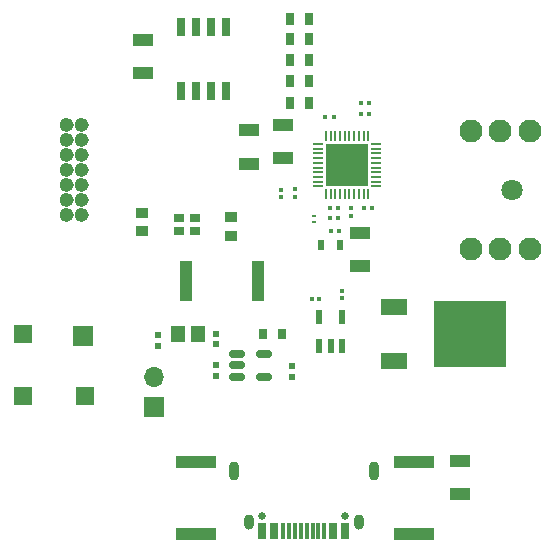
<source format=gbr>
%TF.GenerationSoftware,KiCad,Pcbnew,7.0.6*%
%TF.CreationDate,2023-08-07T11:18:25-05:00*%
%TF.ProjectId,mainv2,6d61696e-7632-42e6-9b69-6361645f7063,rev?*%
%TF.SameCoordinates,Original*%
%TF.FileFunction,Soldermask,Top*%
%TF.FilePolarity,Negative*%
%FSLAX46Y46*%
G04 Gerber Fmt 4.6, Leading zero omitted, Abs format (unit mm)*
G04 Created by KiCad (PCBNEW 7.0.6) date 2023-08-07 11:18:25*
%MOMM*%
%LPD*%
G01*
G04 APERTURE LIST*
G04 Aperture macros list*
%AMRoundRect*
0 Rectangle with rounded corners*
0 $1 Rounding radius*
0 $2 $3 $4 $5 $6 $7 $8 $9 X,Y pos of 4 corners*
0 Add a 4 corners polygon primitive as box body*
4,1,4,$2,$3,$4,$5,$6,$7,$8,$9,$2,$3,0*
0 Add four circle primitives for the rounded corners*
1,1,$1+$1,$2,$3*
1,1,$1+$1,$4,$5*
1,1,$1+$1,$6,$7*
1,1,$1+$1,$8,$9*
0 Add four rect primitives between the rounded corners*
20,1,$1+$1,$2,$3,$4,$5,0*
20,1,$1+$1,$4,$5,$6,$7,0*
20,1,$1+$1,$6,$7,$8,$9,0*
20,1,$1+$1,$8,$9,$2,$3,0*%
G04 Aperture macros list end*
%ADD10C,0.622000*%
%ADD11R,0.540000X0.940000*%
%ADD12R,0.620000X0.600000*%
%ADD13R,0.420000X0.420000*%
%ADD14R,0.420000X0.460000*%
%ADD15R,0.460000X0.420000*%
%ADD16R,1.750000X1.100000*%
%ADD17R,1.000000X0.950000*%
%ADD18C,1.800000*%
%ADD19C,1.950000*%
%ADD20R,0.850000X0.750000*%
%ADD21R,1.700000X1.700000*%
%ADD22O,1.700000X1.700000*%
%ADD23R,0.800000X1.000000*%
%ADD24R,3.400000X1.100000*%
%ADD25R,0.800000X0.950000*%
%ADD26R,0.600000X1.150000*%
%ADD27R,2.286000X1.397000*%
%ADD28R,6.180000X5.690000*%
%ADD29R,0.650000X1.525000*%
%ADD30C,0.650000*%
%ADD31R,0.800000X1.400000*%
%ADD32R,0.300000X1.400000*%
%ADD33O,0.900000X1.600000*%
%ADD34O,0.900000X1.300000*%
%ADD35R,0.420000X0.400000*%
%ADD36R,1.200000X1.450000*%
%ADD37RoundRect,0.150000X-0.512500X-0.150000X0.512500X-0.150000X0.512500X0.150000X-0.512500X0.150000X0*%
%ADD38R,0.300000X0.250000*%
%ADD39RoundRect,0.062500X0.062500X-0.350000X0.062500X0.350000X-0.062500X0.350000X-0.062500X-0.350000X0*%
%ADD40RoundRect,0.062500X0.350000X-0.062500X0.350000X0.062500X-0.350000X0.062500X-0.350000X-0.062500X0*%
%ADD41R,3.600000X3.600000*%
%ADD42R,1.600000X1.600000*%
%ADD43R,1.070000X3.420000*%
G04 APERTURE END LIST*
%TO.C,J4*%
D10*
X134621000Y-93570000D02*
G75*
G03*
X134621000Y-93570000I-311000J0D01*
G01*
X135891000Y-93570000D02*
G75*
G03*
X135891000Y-93570000I-311000J0D01*
G01*
X134621000Y-92300000D02*
G75*
G03*
X134621000Y-92300000I-311000J0D01*
G01*
X135891000Y-92300000D02*
G75*
G03*
X135891000Y-92300000I-311000J0D01*
G01*
X134621000Y-91030000D02*
G75*
G03*
X134621000Y-91030000I-311000J0D01*
G01*
X135891000Y-91030000D02*
G75*
G03*
X135891000Y-91030000I-311000J0D01*
G01*
X134621000Y-89760000D02*
G75*
G03*
X134621000Y-89760000I-311000J0D01*
G01*
X135891000Y-89760000D02*
G75*
G03*
X135891000Y-89760000I-311000J0D01*
G01*
X134621000Y-88490000D02*
G75*
G03*
X134621000Y-88490000I-311000J0D01*
G01*
X135891000Y-88490000D02*
G75*
G03*
X135891000Y-88490000I-311000J0D01*
G01*
X134621000Y-87220000D02*
G75*
G03*
X134621000Y-87220000I-311000J0D01*
G01*
X135891000Y-87220000D02*
G75*
G03*
X135891000Y-87220000I-311000J0D01*
G01*
X134621000Y-85950000D02*
G75*
G03*
X134621000Y-85950000I-311000J0D01*
G01*
X135891000Y-85950000D02*
G75*
G03*
X135891000Y-85950000I-311000J0D01*
G01*
%TD*%
D11*
%TO.C,C4*%
X155860000Y-96100000D03*
X157460000Y-96100000D03*
%TD*%
D12*
%TO.C,C16*%
X147000000Y-107210000D03*
X147000000Y-106290000D03*
%TD*%
D13*
%TO.C,C1*%
X156580000Y-93000000D03*
X157280000Y-93000000D03*
%TD*%
D14*
%TO.C,C13*%
X157630000Y-99980000D03*
X157630000Y-100640000D03*
%TD*%
D13*
%TO.C,C11*%
X159950000Y-84070000D03*
X159250000Y-84070000D03*
%TD*%
D12*
%TO.C,C15*%
X153380000Y-107270000D03*
X153380000Y-106350000D03*
%TD*%
D15*
%TO.C,C12*%
X159905000Y-85045000D03*
X159245000Y-85045000D03*
%TD*%
D16*
%TO.C,R13*%
X167580000Y-117230000D03*
X167580000Y-114430000D03*
%TD*%
D17*
%TO.C,C10*%
X140670000Y-94970000D03*
X140670000Y-93370000D03*
%TD*%
D16*
%TO.C,R15*%
X159170000Y-97880000D03*
X159170000Y-95080000D03*
%TD*%
D13*
%TO.C,C5*%
X159480000Y-93000000D03*
X160180000Y-93000000D03*
%TD*%
D18*
%TO.C,S1*%
X172030000Y-91480000D03*
D19*
X173530000Y-86480000D03*
X171030000Y-86480000D03*
X168530000Y-86480000D03*
X168530000Y-96480000D03*
X171030000Y-96480000D03*
X173530000Y-96480000D03*
%TD*%
D15*
%TO.C,C14*%
X155720000Y-100690000D03*
X155060000Y-100690000D03*
%TD*%
D20*
%TO.C,Y2*%
X145140000Y-93860000D03*
X143790000Y-93860000D03*
X143790000Y-94910000D03*
X145140000Y-94910000D03*
%TD*%
D21*
%TO.C,J2*%
X141720000Y-109800000D03*
D22*
X141720000Y-107260000D03*
%TD*%
D16*
%TO.C,R9*%
X149790000Y-89220000D03*
X149790000Y-86420000D03*
%TD*%
D23*
%TO.C,R2*%
X153200000Y-78660000D03*
X154800000Y-78660000D03*
%TD*%
D13*
%TO.C,C2*%
X156670000Y-94890000D03*
X157370000Y-94890000D03*
%TD*%
D24*
%TO.C,R11*%
X163700000Y-114470000D03*
X163700000Y-120570000D03*
%TD*%
D16*
%TO.C,R7*%
X140770000Y-81560000D03*
X140770000Y-78760000D03*
%TD*%
D13*
%TO.C,C6*%
X156910000Y-85310000D03*
X156210000Y-85310000D03*
%TD*%
D25*
%TO.C,R12*%
X150910000Y-103660000D03*
X152510000Y-103660000D03*
%TD*%
D26*
%TO.C,IC1*%
X155710000Y-104690000D03*
X156660000Y-104690000D03*
X157610000Y-104690000D03*
X157610000Y-102190000D03*
X155710000Y-102190000D03*
%TD*%
D27*
%TO.C,Q1*%
X162017000Y-101404000D03*
D28*
X168453000Y-103690000D03*
D27*
X162017000Y-105976000D03*
%TD*%
D12*
%TO.C,C18*%
X146980000Y-104530000D03*
X146980000Y-103610000D03*
%TD*%
D17*
%TO.C,C9*%
X148220000Y-93780000D03*
X148220000Y-95380000D03*
%TD*%
D14*
%TO.C,C17*%
X158400000Y-93680000D03*
X158400000Y-93020000D03*
%TD*%
D29*
%TO.C,IC3*%
X143985000Y-83102000D03*
X145255000Y-83102000D03*
X146525000Y-83102000D03*
X147795000Y-83102000D03*
X147795000Y-77678000D03*
X146525000Y-77678000D03*
X145255000Y-77678000D03*
X143985000Y-77678000D03*
%TD*%
D30*
%TO.C,J1*%
X157880000Y-119090000D03*
X150880000Y-119090000D03*
D31*
X157880000Y-120340000D03*
X156880000Y-120340000D03*
D32*
X155630000Y-120340000D03*
X154630000Y-120340000D03*
X154130000Y-120340000D03*
X153130000Y-120340000D03*
D31*
X151880000Y-120340000D03*
X150880000Y-120340000D03*
D32*
X152630000Y-120340000D03*
X153630000Y-120340000D03*
X155130000Y-120340000D03*
X156130000Y-120340000D03*
D33*
X160300000Y-115240000D03*
X148460000Y-115240000D03*
D34*
X159030000Y-119560000D03*
X149730000Y-119560000D03*
%TD*%
D35*
%TO.C,C8*%
X152470000Y-91480000D03*
X152470000Y-92040000D03*
%TD*%
D36*
%TO.C,L2*%
X143730000Y-103660000D03*
X145430000Y-103660000D03*
%TD*%
D12*
%TO.C,C19*%
X142020000Y-104640000D03*
X142020000Y-103720000D03*
%TD*%
D14*
%TO.C,C7*%
X153610000Y-91390000D03*
X153610000Y-92050000D03*
%TD*%
D15*
%TO.C,C3*%
X156610000Y-93850000D03*
X157270000Y-93850000D03*
%TD*%
D16*
%TO.C,R8*%
X152630000Y-88780000D03*
X152630000Y-85980000D03*
%TD*%
D24*
%TO.C,R14*%
X145290000Y-120610000D03*
X145290000Y-114510000D03*
%TD*%
D37*
%TO.C,U2*%
X148732500Y-105360000D03*
X148732500Y-106310000D03*
X148732500Y-107260000D03*
X151007500Y-107260000D03*
X151007500Y-105360000D03*
%TD*%
D23*
%TO.C,R3*%
X153220000Y-80440000D03*
X154820000Y-80440000D03*
%TD*%
D38*
%TO.C,L1*%
X155220000Y-94180000D03*
X155220000Y-93630000D03*
%TD*%
D39*
%TO.C,U1*%
X156260000Y-91797500D03*
X156660000Y-91797500D03*
X157060000Y-91797500D03*
X157460000Y-91797500D03*
X157860000Y-91797500D03*
X158260000Y-91797500D03*
X158660000Y-91797500D03*
X159060000Y-91797500D03*
X159460000Y-91797500D03*
X159860000Y-91797500D03*
D40*
X160497500Y-91160000D03*
X160497500Y-90760000D03*
X160497500Y-90360000D03*
X160497500Y-89960000D03*
X160497500Y-89560000D03*
X160497500Y-89160000D03*
X160497500Y-88760000D03*
X160497500Y-88360000D03*
X160497500Y-87960000D03*
X160497500Y-87560000D03*
D39*
X159860000Y-86922500D03*
X159460000Y-86922500D03*
X159060000Y-86922500D03*
X158660000Y-86922500D03*
X158260000Y-86922500D03*
X157860000Y-86922500D03*
X157460000Y-86922500D03*
X157060000Y-86922500D03*
X156660000Y-86922500D03*
X156260000Y-86922500D03*
D40*
X155622500Y-87560000D03*
X155622500Y-87960000D03*
X155622500Y-88360000D03*
X155622500Y-88760000D03*
X155622500Y-89160000D03*
X155622500Y-89560000D03*
X155622500Y-89960000D03*
X155622500Y-90360000D03*
X155622500Y-90760000D03*
X155622500Y-91160000D03*
D41*
X158060000Y-89360000D03*
%TD*%
D23*
%TO.C,R5*%
X153200000Y-84100000D03*
X154800000Y-84100000D03*
%TD*%
D21*
%TO.C,ANT2*%
X135690000Y-103840000D03*
D42*
X130590000Y-103640000D03*
X135890000Y-108940000D03*
X130590000Y-108940000D03*
%TD*%
D43*
%TO.C,R1*%
X144425000Y-99150000D03*
X150535000Y-99150000D03*
%TD*%
D23*
%TO.C,R4*%
X153220000Y-82270000D03*
X154820000Y-82270000D03*
%TD*%
%TO.C,R6*%
X153210000Y-77010000D03*
X154810000Y-77010000D03*
%TD*%
M02*

</source>
